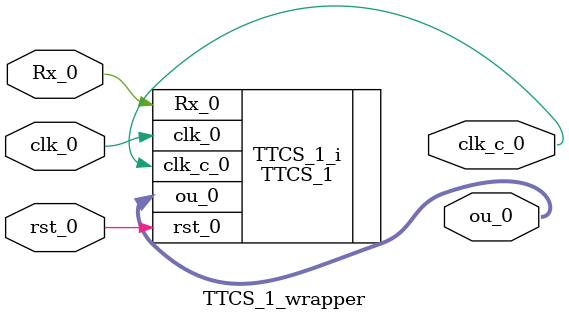
<source format=v>
`timescale 1 ps / 1 ps

module TTCS_1_wrapper
   (Rx_0,
    clk_0,
    clk_c_0,
    ou_0,
    rst_0);
  input Rx_0;
  input clk_0;
  output clk_c_0;
  output [6:0]ou_0;
  input rst_0;

  wire Rx_0;
  wire clk_0;
  wire clk_c_0;
  wire [6:0]ou_0;
  wire rst_0;

  TTCS_1 TTCS_1_i
       (.Rx_0(Rx_0),
        .clk_0(clk_0),
        .clk_c_0(clk_c_0),
        .ou_0(ou_0),
        .rst_0(rst_0));
endmodule

</source>
